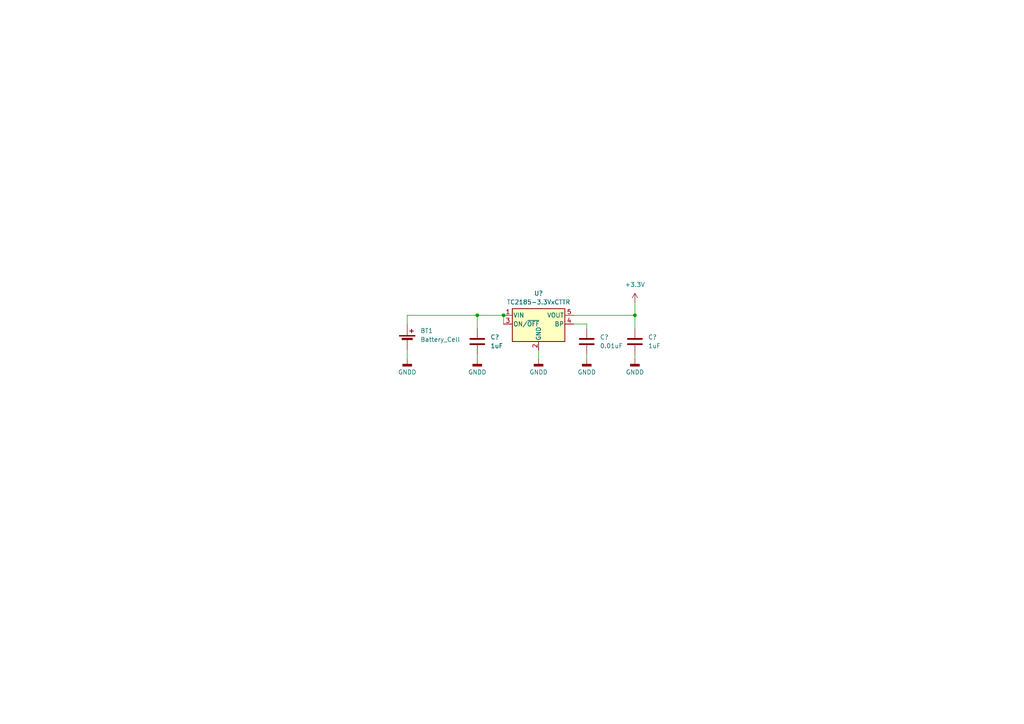
<source format=kicad_sch>
(kicad_sch (version 20250114) (generator "eeschema") (generator_version "9.0")
  (paper "A4")
  (lib_symbols
    (symbol "Device:Battery_Cell" (pin_numbers (hide yes)) (pin_names (offset 0) (hide yes))
      (property "Reference" "BT" (at 2.54 2.54 0))
      (property "Value" "Battery_Cell" (at 2.54 0 0))
      (symbol "Battery_Cell_0_1"
        (rectangle (start -2.286 1.778) (end 2.286 1.524) (fill (type outline)))
        (rectangle (start -1.524 1.016) (end 1.524 0.508) (fill (type outline)))
        (polyline (pts (xy 0 1.778) (xy 0 2.54)))
        (polyline (pts (xy 0 0.762) (xy 0 0)))
        (polyline (pts (xy 0.762 3.048) (xy 1.778 3.048)) (stroke (width 0.254)))
        (polyline (pts (xy 1.27 3.556) (xy 1.27 2.54)) (stroke (width 0.254)))
      )
      (symbol "Battery_Cell_1_1"
        (pin passive line (at 0 5.08 270) (length 2.54) (name "+") (number "1"))
        (pin passive line (at 0 -2.54 90) (length 2.54) (name "-") (number "2"))
      )
    )
    (symbol "Device:C" (pin_numbers (hide yes)) (pin_names (offset 0.254))
      (property "Reference" "C" (at 0.635 2.54 0))
      (property "Value" "C" (at 0.635 -2.54 0))
      (symbol "C_0_1"
        (polyline (pts (xy -2.032 0.762) (xy 2.032 0.762)) (stroke (width 0.508)))
        (polyline (pts (xy -2.032 -0.762) (xy 2.032 -0.762)) (stroke (width 0.508)))
      )
      (symbol "C_1_1"
        (pin passive line (at 0 3.81 270) (length 2.794) (name "~") (number "1"))
        (pin passive line (at 0 -3.81 90) (length 2.794) (name "~") (number "2"))
      )
    )
    (symbol "Regulator_Linear:TC2185-3.3VxCTTR" (pin_names (offset 0.254))
      (property "Reference" "U" (at -6.35 5.715 0))
      (property "Value" "TC2185-3.3VxCTTR" (at 0 5.715 0))
      (symbol "TC2185-3.3VxCTTR_0_1"
        (rectangle (start -7.62 -5.08) (end 7.62 4.445) (stroke (width 0.254)) (fill (type background)))
      )
      (symbol "TC2185-3.3VxCTTR_1_1"
        (pin power_in line (at -10.16 2.54 0) (length 2.54) (name "VIN") (number "1"))
        (pin input line (at -10.16 0 0) (length 2.54) (name "ON/~{OFF}") (number "3"))
        (pin power_in line (at 0 -7.62 90) (length 2.54) (name "GND") (number "2"))
        (pin power_out line (at 10.16 2.54 180) (length 2.54) (name "VOUT") (number "5"))
        (pin input line (at 10.16 0 180) (length 2.54) (name "BP") (number "4"))
      )
    )
    (symbol "power:+3.3V" (power) (pin_numbers (hide yes)) (pin_names (offset 0) (hide yes))
      (property "Value" "+3.3V" (at 0 3.556 0))
      (symbol "+3.3V_0_1"
        (polyline (pts (xy -0.762 1.27) (xy 0 2.54)))
        (polyline (pts (xy 0 2.54) (xy 0.762 1.27)))
        (polyline (pts (xy 0 0) (xy 0 2.54)))
      )
      (symbol "+3.3V_1_1"
        (pin power_in line (at 0 0 90) (length 0) (name "~") (number "1"))
      )
    )
    (symbol "power:GNDD" (power) (pin_numbers (hide yes)) (pin_names (offset 0) (hide yes))
      (property "Value" "GNDD" (at 0 -3.175 0))
      (symbol "GNDD_0_1"
        (rectangle (start -1.27 -1.524) (end 1.27 -2.032) (stroke (width 0.254)) (fill (type outline)))
        (polyline (pts (xy 0 0) (xy 0 -1.524)))
      )
      (symbol "GNDD_1_1"
        (pin power_in line (at 0 0 270) (length 0) (name "~") (number "1"))
      )
    )
  )
  (junction (at 184.15 91.44))
  (junction (at 146.05 91.44))
  (junction (at 138.43 91.44))
  (wire (pts (xy 184.15 102.87) (xy 184.15 104.14)))
  (wire (pts (xy 118.11 104.14) (xy 118.11 101.6)))
  (wire (pts (xy 146.05 91.44) (xy 146.05 93.98)))
  (wire (pts (xy 138.43 102.87) (xy 138.43 104.14)))
  (wire (pts (xy 138.43 95.25) (xy 138.43 91.44)))
  (wire (pts (xy 138.43 91.44) (xy 146.05 91.44)))
  (wire (pts (xy 184.15 91.44) (xy 184.15 95.25)))
  (wire (pts (xy 166.37 93.98) (xy 170.18 93.98)))
  (wire (pts (xy 184.15 87.63) (xy 184.15 91.44)))
  (wire (pts (xy 118.11 91.44) (xy 118.11 93.98)))
  (wire (pts (xy 166.37 91.44) (xy 184.15 91.44)))
  (wire (pts (xy 156.21 104.14) (xy 156.21 101.6)))
  (wire (pts (xy 118.11 91.44) (xy 138.43 91.44)))
  (wire (pts (xy 170.18 93.98) (xy 170.18 95.25)))
  (wire (pts (xy 170.18 104.14) (xy 170.18 102.87)))
  (symbol (lib_id "power:GNDD") (at 184.15 104.14 0) (unit 1)
    (property "Reference" "#PWR?" (effects (hide yes)))
    (property "Value" "GNDD" (at 184.15 107.95 0))
    (property "Description" "Power symbol creates a global label with name \"GNDD\" , digital ground" (effects (hide yes)))
  )
  (symbol (lib_id "Device:Battery_Cell") (at 118.11 99.06 0) (unit 1)
    (property "Reference" "BT1" (at 121.92 95.9484 0) (effects (justify left)))
    (property "Value" "Battery_Cell" (at 121.92 98.4884 0) (effects (justify left)))
    (property "Footprint" "Connector_JST:JST_PH_B2B-PH-K_1x02_P2.00mm_Vertical" (effects (hide yes)))
    (property "Description" "Single-cell battery" (effects (hide yes)))
  )
  (symbol (lib_id "power:GNDD") (at 156.21 104.14 0) (unit 1)
    (property "Reference" "#PWR?" (effects (hide yes)))
    (property "Value" "GNDD" (at 156.21 107.95 0))
    (property "Description" "Power symbol creates a global label with name \"GNDD\" , digital ground" (effects (hide yes)))
  )
  (symbol (lib_id "power:+3.3V") (at 184.15 87.63 0) (unit 1)
    (property "Reference" "#PWR?" (effects (hide yes)))
    (property "Value" "+3.3V" (at 184.15 82.55 0))
    (property "Description" "Power symbol creates a global label with name \"+3.3V\"" (effects (hide yes)))
  )
  (symbol (lib_id "Device:C") (at 138.43 99.06 0) (unit 1)
    (property "Reference" "C?" (at 142.24 97.7899 0) (effects (justify left)))
    (property "Value" "1uF" (at 142.24 100.3299 0) (effects (justify left)))
    (property "Footprint" "Capacitor_SMD:C_0603_1608Metric_Pad1.08x0.95mm_HandSolder" (effects (hide yes)))
    (property "Description" "Unpolarized capacitor" (effects (hide yes)))
  )
  (symbol (lib_id "power:GNDD") (at 138.43 104.14 0) (unit 1)
    (property "Reference" "#PWR?" (effects (hide yes)))
    (property "Value" "GNDD" (at 138.43 107.95 0))
    (property "Description" "Power symbol creates a global label with name \"GNDD\" , digital ground" (effects (hide yes)))
  )
  (symbol (lib_id "Device:C") (at 170.18 99.06 0) (unit 1)
    (property "Reference" "C?" (at 173.99 97.7899 0) (effects (justify left)))
    (property "Value" "0.01uF" (at 173.99 100.3299 0) (effects (justify left)))
    (property "Footprint" "Capacitor_SMD:C_0603_1608Metric_Pad1.08x0.95mm_HandSolder" (effects (hide yes)))
    (property "Description" "Unpolarized capacitor" (effects (hide yes)))
  )
  (symbol (lib_id "Device:C") (at 184.15 99.06 0) (unit 1)
    (property "Reference" "C?" (at 187.96 97.7899 0) (effects (justify left)))
    (property "Value" "1uF" (at 187.96 100.3299 0) (effects (justify left)))
    (property "Footprint" "Capacitor_SMD:C_0603_1608Metric_Pad1.08x0.95mm_HandSolder" (effects (hide yes)))
    (property "Description" "Unpolarized capacitor" (effects (hide yes)))
  )
  (symbol (lib_id "power:GNDD") (at 170.18 104.14 0) (unit 1)
    (property "Reference" "#PWR?" (effects (hide yes)))
    (property "Value" "GNDD" (at 170.18 107.95 0))
    (property "Description" "Power symbol creates a global label with name \"GNDD\" , digital ground" (effects (hide yes)))
  )
  (symbol (lib_id "Regulator_Linear:TC2185-3.3VxCTTR") (at 156.21 93.98 0) (unit 1)
    (property "Reference" "U?" (at 156.21 85.09 0))
    (property "Value" "TC2185-3.3VxCTTR" (at 156.21 87.63 0))
    (property "Footprint" "Package_TO_SOT_SMD:SOT-23-5" (effects (hide yes)))
    (property "Datasheet" "http://ww1.microchip.com/downloads/en/DeviceDoc/21662F.pdf" (effects (hide yes)))
    (property "Description" "3.3V 150mA CMOS LDO with Shutdown and Vref Bypass, SOT-23-5" (effects (hide yes)))
  )
  (symbol (lib_id "power:GNDD") (at 118.11 104.14 0) (unit 1)
    (property "Reference" "#PWR01" (effects (hide yes)))
    (property "Value" "GNDD" (at 118.11 107.95 0))
    (property "Description" "Power symbol creates a global label with name \"GNDD\" , digital ground" (effects (hide yes)))
  )
)
</source>
